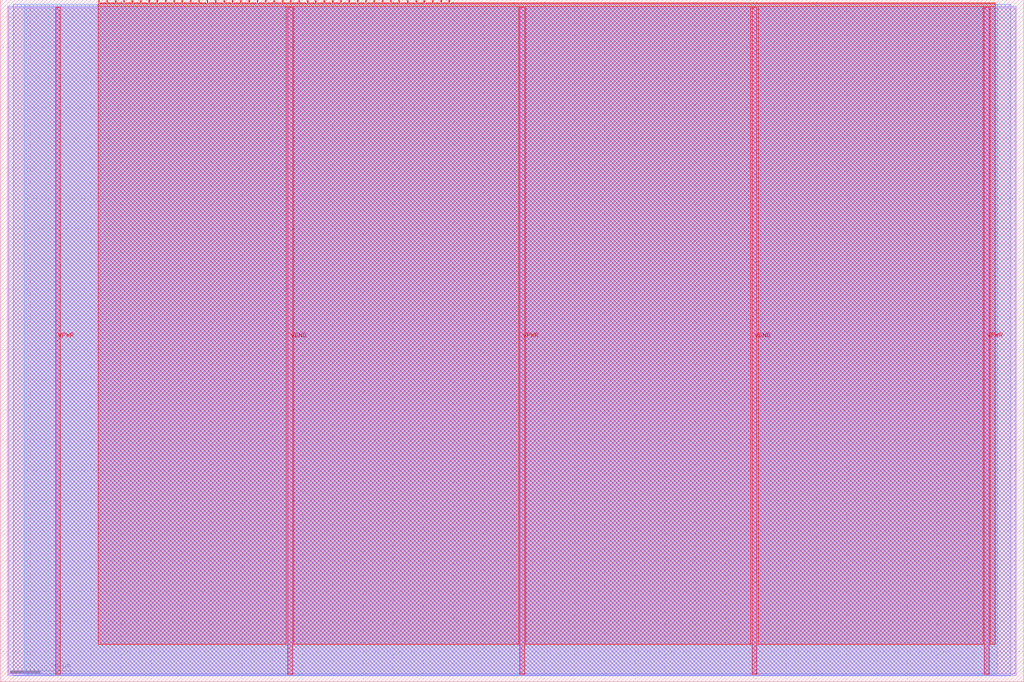
<source format=lef>
VERSION 5.7 ;
  NOWIREEXTENSIONATPIN ON ;
  DIVIDERCHAR "/" ;
  BUSBITCHARS "[]" ;
MACRO tt_um_ks_pyamnihc_dup
  CLASS BLOCK ;
  FOREIGN tt_um_ks_pyamnihc_dup ;
  ORIGIN 0.000 0.000 ;
  SIZE 338.560 BY 225.760 ;
  PIN VGND
    DIRECTION INOUT ;
    USE GROUND ;
    PORT
      LAYER met4 ;
        RECT 95.080 2.480 96.680 223.280 ;
    END
    PORT
      LAYER met4 ;
        RECT 248.680 2.480 250.280 223.280 ;
    END
  END VGND
  PIN VPWR
    DIRECTION INOUT ;
    USE POWER ;
    PORT
      LAYER met4 ;
        RECT 18.280 2.480 19.880 223.280 ;
    END
    PORT
      LAYER met4 ;
        RECT 171.880 2.480 173.480 223.280 ;
    END
    PORT
      LAYER met4 ;
        RECT 325.480 2.480 327.080 223.280 ;
    END
  END VPWR
  PIN clk
    DIRECTION INPUT ;
    USE SIGNAL ;
    ANTENNAGATEAREA 0.852000 ;
    PORT
      LAYER met4 ;
        RECT 145.670 224.760 145.970 225.760 ;
    END
  END clk
  PIN ena
    DIRECTION INPUT ;
    USE SIGNAL ;
    PORT
      LAYER met4 ;
        RECT 148.430 224.760 148.730 225.760 ;
    END
  END ena
  PIN rst_n
    DIRECTION INPUT ;
    USE SIGNAL ;
    ANTENNAGATEAREA 0.159000 ;
    PORT
      LAYER met4 ;
        RECT 142.910 224.760 143.210 225.760 ;
    END
  END rst_n
  PIN ui_in[0]
    DIRECTION INPUT ;
    USE SIGNAL ;
    ANTENNAGATEAREA 0.126000 ;
    PORT
      LAYER met4 ;
        RECT 140.150 224.760 140.450 225.760 ;
    END
  END ui_in[0]
  PIN ui_in[1]
    DIRECTION INPUT ;
    USE SIGNAL ;
    ANTENNAGATEAREA 0.213000 ;
    PORT
      LAYER met4 ;
        RECT 137.390 224.760 137.690 225.760 ;
    END
  END ui_in[1]
  PIN ui_in[2]
    DIRECTION INPUT ;
    USE SIGNAL ;
    ANTENNAGATEAREA 0.196500 ;
    PORT
      LAYER met4 ;
        RECT 134.630 224.760 134.930 225.760 ;
    END
  END ui_in[2]
  PIN ui_in[3]
    DIRECTION INPUT ;
    USE SIGNAL ;
    ANTENNAGATEAREA 0.196500 ;
    PORT
      LAYER met4 ;
        RECT 131.870 224.760 132.170 225.760 ;
    END
  END ui_in[3]
  PIN ui_in[4]
    DIRECTION INPUT ;
    USE SIGNAL ;
    ANTENNAGATEAREA 0.247500 ;
    PORT
      LAYER met4 ;
        RECT 129.110 224.760 129.410 225.760 ;
    END
  END ui_in[4]
  PIN ui_in[5]
    DIRECTION INPUT ;
    USE SIGNAL ;
    ANTENNAGATEAREA 0.196500 ;
    PORT
      LAYER met4 ;
        RECT 126.350 224.760 126.650 225.760 ;
    END
  END ui_in[5]
  PIN ui_in[6]
    DIRECTION INPUT ;
    USE SIGNAL ;
    ANTENNAGATEAREA 0.196500 ;
    PORT
      LAYER met4 ;
        RECT 123.590 224.760 123.890 225.760 ;
    END
  END ui_in[6]
  PIN ui_in[7]
    DIRECTION INPUT ;
    USE SIGNAL ;
    ANTENNAGATEAREA 0.196500 ;
    PORT
      LAYER met4 ;
        RECT 120.830 224.760 121.130 225.760 ;
    END
  END ui_in[7]
  PIN uio_in[0]
    DIRECTION INPUT ;
    USE SIGNAL ;
    ANTENNAGATEAREA 0.126000 ;
    PORT
      LAYER met4 ;
        RECT 118.070 224.760 118.370 225.760 ;
    END
  END uio_in[0]
  PIN uio_in[1]
    DIRECTION INPUT ;
    USE SIGNAL ;
    ANTENNAGATEAREA 0.159000 ;
    PORT
      LAYER met4 ;
        RECT 115.310 224.760 115.610 225.760 ;
    END
  END uio_in[1]
  PIN uio_in[2]
    DIRECTION INPUT ;
    USE SIGNAL ;
    ANTENNAGATEAREA 0.196500 ;
    PORT
      LAYER met4 ;
        RECT 112.550 224.760 112.850 225.760 ;
    END
  END uio_in[2]
  PIN uio_in[3]
    DIRECTION INPUT ;
    USE SIGNAL ;
    ANTENNAGATEAREA 0.159000 ;
    PORT
      LAYER met4 ;
        RECT 109.790 224.760 110.090 225.760 ;
    END
  END uio_in[3]
  PIN uio_in[4]
    DIRECTION INPUT ;
    USE SIGNAL ;
    ANTENNAGATEAREA 0.196500 ;
    PORT
      LAYER met4 ;
        RECT 107.030 224.760 107.330 225.760 ;
    END
  END uio_in[4]
  PIN uio_in[5]
    DIRECTION INPUT ;
    USE SIGNAL ;
    ANTENNAGATEAREA 0.196500 ;
    PORT
      LAYER met4 ;
        RECT 104.270 224.760 104.570 225.760 ;
    END
  END uio_in[5]
  PIN uio_in[6]
    DIRECTION INPUT ;
    USE SIGNAL ;
    ANTENNAGATEAREA 0.196500 ;
    PORT
      LAYER met4 ;
        RECT 101.510 224.760 101.810 225.760 ;
    END
  END uio_in[6]
  PIN uio_in[7]
    DIRECTION INPUT ;
    USE SIGNAL ;
    ANTENNAGATEAREA 0.196500 ;
    PORT
      LAYER met4 ;
        RECT 98.750 224.760 99.050 225.760 ;
    END
  END uio_in[7]
  PIN uio_oe[0]
    DIRECTION OUTPUT TRISTATE ;
    USE SIGNAL ;
    PORT
      LAYER met4 ;
        RECT 51.830 224.760 52.130 225.760 ;
    END
  END uio_oe[0]
  PIN uio_oe[1]
    DIRECTION OUTPUT TRISTATE ;
    USE SIGNAL ;
    PORT
      LAYER met4 ;
        RECT 49.070 224.760 49.370 225.760 ;
    END
  END uio_oe[1]
  PIN uio_oe[2]
    DIRECTION OUTPUT TRISTATE ;
    USE SIGNAL ;
    PORT
      LAYER met4 ;
        RECT 46.310 224.760 46.610 225.760 ;
    END
  END uio_oe[2]
  PIN uio_oe[3]
    DIRECTION OUTPUT TRISTATE ;
    USE SIGNAL ;
    PORT
      LAYER met4 ;
        RECT 43.550 224.760 43.850 225.760 ;
    END
  END uio_oe[3]
  PIN uio_oe[4]
    DIRECTION OUTPUT TRISTATE ;
    USE SIGNAL ;
    PORT
      LAYER met4 ;
        RECT 40.790 224.760 41.090 225.760 ;
    END
  END uio_oe[4]
  PIN uio_oe[5]
    DIRECTION OUTPUT TRISTATE ;
    USE SIGNAL ;
    PORT
      LAYER met4 ;
        RECT 38.030 224.760 38.330 225.760 ;
    END
  END uio_oe[5]
  PIN uio_oe[6]
    DIRECTION OUTPUT TRISTATE ;
    USE SIGNAL ;
    PORT
      LAYER met4 ;
        RECT 35.270 224.760 35.570 225.760 ;
    END
  END uio_oe[6]
  PIN uio_oe[7]
    DIRECTION OUTPUT TRISTATE ;
    USE SIGNAL ;
    PORT
      LAYER met4 ;
        RECT 32.510 224.760 32.810 225.760 ;
    END
  END uio_oe[7]
  PIN uio_out[0]
    DIRECTION OUTPUT TRISTATE ;
    USE SIGNAL ;
    PORT
      LAYER met4 ;
        RECT 73.910 224.760 74.210 225.760 ;
    END
  END uio_out[0]
  PIN uio_out[1]
    DIRECTION OUTPUT TRISTATE ;
    USE SIGNAL ;
    PORT
      LAYER met4 ;
        RECT 71.150 224.760 71.450 225.760 ;
    END
  END uio_out[1]
  PIN uio_out[2]
    DIRECTION OUTPUT TRISTATE ;
    USE SIGNAL ;
    ANTENNADIFFAREA 0.795200 ;
    PORT
      LAYER met4 ;
        RECT 68.390 224.760 68.690 225.760 ;
    END
  END uio_out[2]
  PIN uio_out[3]
    DIRECTION OUTPUT TRISTATE ;
    USE SIGNAL ;
    PORT
      LAYER met4 ;
        RECT 65.630 224.760 65.930 225.760 ;
    END
  END uio_out[3]
  PIN uio_out[4]
    DIRECTION OUTPUT TRISTATE ;
    USE SIGNAL ;
    ANTENNADIFFAREA 0.445500 ;
    PORT
      LAYER met4 ;
        RECT 62.870 224.760 63.170 225.760 ;
    END
  END uio_out[4]
  PIN uio_out[5]
    DIRECTION OUTPUT TRISTATE ;
    USE SIGNAL ;
    ANTENNADIFFAREA 0.795200 ;
    PORT
      LAYER met4 ;
        RECT 60.110 224.760 60.410 225.760 ;
    END
  END uio_out[5]
  PIN uio_out[6]
    DIRECTION OUTPUT TRISTATE ;
    USE SIGNAL ;
    ANTENNADIFFAREA 0.795200 ;
    PORT
      LAYER met4 ;
        RECT 57.350 224.760 57.650 225.760 ;
    END
  END uio_out[6]
  PIN uio_out[7]
    DIRECTION OUTPUT TRISTATE ;
    USE SIGNAL ;
    ANTENNADIFFAREA 0.795200 ;
    PORT
      LAYER met4 ;
        RECT 54.590 224.760 54.890 225.760 ;
    END
  END uio_out[7]
  PIN uo_out[0]
    DIRECTION OUTPUT TRISTATE ;
    USE SIGNAL ;
    ANTENNADIFFAREA 0.795200 ;
    PORT
      LAYER met4 ;
        RECT 95.990 224.760 96.290 225.760 ;
    END
  END uo_out[0]
  PIN uo_out[1]
    DIRECTION OUTPUT TRISTATE ;
    USE SIGNAL ;
    ANTENNADIFFAREA 0.795200 ;
    PORT
      LAYER met4 ;
        RECT 93.230 224.760 93.530 225.760 ;
    END
  END uo_out[1]
  PIN uo_out[2]
    DIRECTION OUTPUT TRISTATE ;
    USE SIGNAL ;
    ANTENNADIFFAREA 0.795200 ;
    PORT
      LAYER met4 ;
        RECT 90.470 224.760 90.770 225.760 ;
    END
  END uo_out[2]
  PIN uo_out[3]
    DIRECTION OUTPUT TRISTATE ;
    USE SIGNAL ;
    ANTENNADIFFAREA 0.795200 ;
    PORT
      LAYER met4 ;
        RECT 87.710 224.760 88.010 225.760 ;
    END
  END uo_out[3]
  PIN uo_out[4]
    DIRECTION OUTPUT TRISTATE ;
    USE SIGNAL ;
    ANTENNADIFFAREA 0.795200 ;
    PORT
      LAYER met4 ;
        RECT 84.950 224.760 85.250 225.760 ;
    END
  END uo_out[4]
  PIN uo_out[5]
    DIRECTION OUTPUT TRISTATE ;
    USE SIGNAL ;
    ANTENNADIFFAREA 0.795200 ;
    PORT
      LAYER met4 ;
        RECT 82.190 224.760 82.490 225.760 ;
    END
  END uo_out[5]
  PIN uo_out[6]
    DIRECTION OUTPUT TRISTATE ;
    USE SIGNAL ;
    ANTENNADIFFAREA 0.795200 ;
    PORT
      LAYER met4 ;
        RECT 79.430 224.760 79.730 225.760 ;
    END
  END uo_out[6]
  PIN uo_out[7]
    DIRECTION OUTPUT TRISTATE ;
    USE SIGNAL ;
    ANTENNADIFFAREA 0.795200 ;
    PORT
      LAYER met4 ;
        RECT 76.670 224.760 76.970 225.760 ;
    END
  END uo_out[7]
  OBS
      LAYER li1 ;
        RECT 2.760 2.635 335.800 223.125 ;
      LAYER met1 ;
        RECT 2.460 2.080 336.100 223.680 ;
      LAYER met2 ;
        RECT 4.240 2.050 334.320 224.245 ;
      LAYER met3 ;
        RECT 7.885 2.555 329.755 224.225 ;
      LAYER met4 ;
        RECT 33.210 224.360 34.870 224.760 ;
        RECT 35.970 224.360 37.630 224.760 ;
        RECT 38.730 224.360 40.390 224.760 ;
        RECT 41.490 224.360 43.150 224.760 ;
        RECT 44.250 224.360 45.910 224.760 ;
        RECT 47.010 224.360 48.670 224.760 ;
        RECT 49.770 224.360 51.430 224.760 ;
        RECT 52.530 224.360 54.190 224.760 ;
        RECT 55.290 224.360 56.950 224.760 ;
        RECT 58.050 224.360 59.710 224.760 ;
        RECT 60.810 224.360 62.470 224.760 ;
        RECT 63.570 224.360 65.230 224.760 ;
        RECT 66.330 224.360 67.990 224.760 ;
        RECT 69.090 224.360 70.750 224.760 ;
        RECT 71.850 224.360 73.510 224.760 ;
        RECT 74.610 224.360 76.270 224.760 ;
        RECT 77.370 224.360 79.030 224.760 ;
        RECT 80.130 224.360 81.790 224.760 ;
        RECT 82.890 224.360 84.550 224.760 ;
        RECT 85.650 224.360 87.310 224.760 ;
        RECT 88.410 224.360 90.070 224.760 ;
        RECT 91.170 224.360 92.830 224.760 ;
        RECT 93.930 224.360 95.590 224.760 ;
        RECT 96.690 224.360 98.350 224.760 ;
        RECT 99.450 224.360 101.110 224.760 ;
        RECT 102.210 224.360 103.870 224.760 ;
        RECT 104.970 224.360 106.630 224.760 ;
        RECT 107.730 224.360 109.390 224.760 ;
        RECT 110.490 224.360 112.150 224.760 ;
        RECT 113.250 224.360 114.910 224.760 ;
        RECT 116.010 224.360 117.670 224.760 ;
        RECT 118.770 224.360 120.430 224.760 ;
        RECT 121.530 224.360 123.190 224.760 ;
        RECT 124.290 224.360 125.950 224.760 ;
        RECT 127.050 224.360 128.710 224.760 ;
        RECT 129.810 224.360 131.470 224.760 ;
        RECT 132.570 224.360 134.230 224.760 ;
        RECT 135.330 224.360 136.990 224.760 ;
        RECT 138.090 224.360 139.750 224.760 ;
        RECT 140.850 224.360 142.510 224.760 ;
        RECT 143.610 224.360 145.270 224.760 ;
        RECT 146.370 224.360 148.030 224.760 ;
        RECT 149.130 224.360 329.065 224.760 ;
        RECT 32.495 223.680 329.065 224.360 ;
        RECT 32.495 12.415 94.680 223.680 ;
        RECT 97.080 12.415 171.480 223.680 ;
        RECT 173.880 12.415 248.280 223.680 ;
        RECT 250.680 12.415 325.080 223.680 ;
        RECT 327.480 12.415 329.065 223.680 ;
  END
END tt_um_ks_pyamnihc_dup
END LIBRARY


</source>
